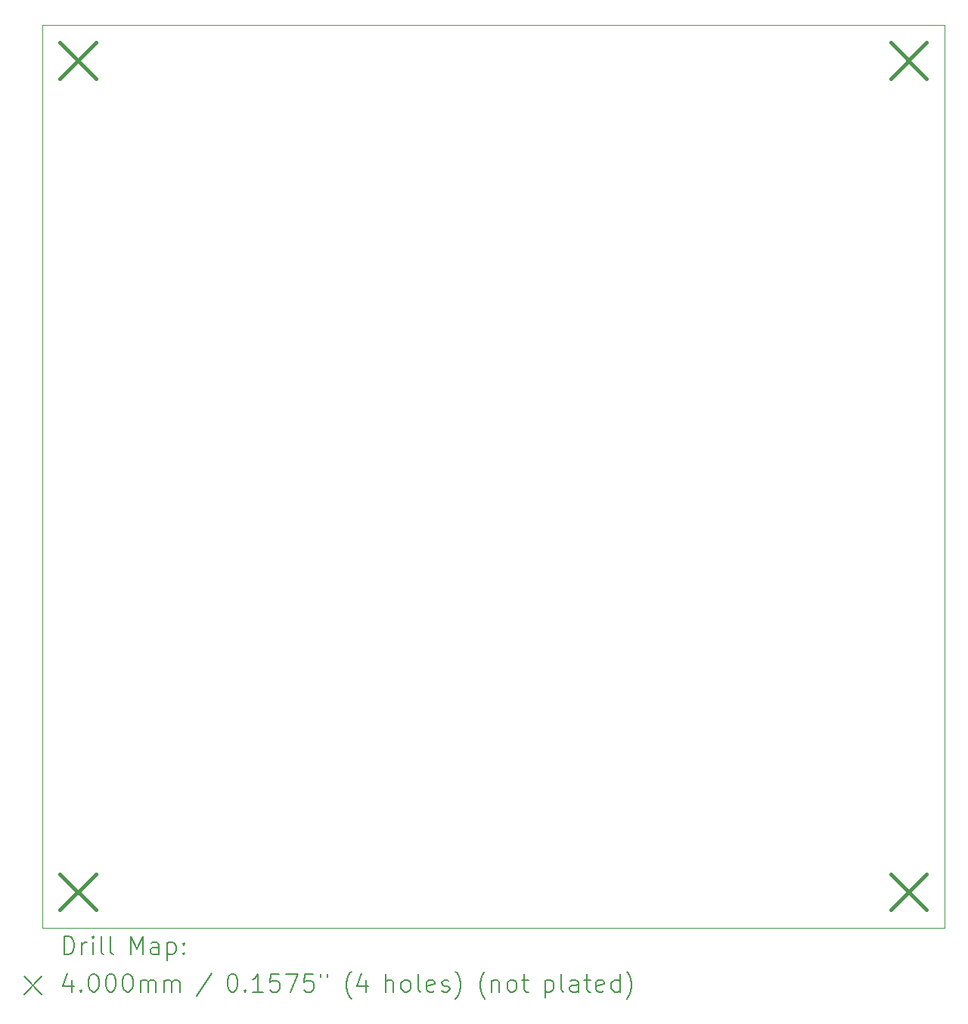
<source format=gbr>
%TF.GenerationSoftware,KiCad,Pcbnew,(7.0.0)*%
%TF.CreationDate,2023-05-12T10:51:10+02:00*%
%TF.ProjectId,Cell_holder_board,43656c6c-5f68-46f6-9c64-65725f626f61,rev?*%
%TF.SameCoordinates,Original*%
%TF.FileFunction,Drillmap*%
%TF.FilePolarity,Positive*%
%FSLAX45Y45*%
G04 Gerber Fmt 4.5, Leading zero omitted, Abs format (unit mm)*
G04 Created by KiCad (PCBNEW (7.0.0)) date 2023-05-12 10:51:10*
%MOMM*%
%LPD*%
G01*
G04 APERTURE LIST*
%ADD10C,0.100000*%
%ADD11C,0.200000*%
%ADD12C,0.400000*%
G04 APERTURE END LIST*
D10*
X5100000Y-5900000D02*
X15200000Y-5900000D01*
X15200000Y-5900000D02*
X15200000Y-16000000D01*
X15200000Y-16000000D02*
X5100000Y-16000000D01*
X5100000Y-16000000D02*
X5100000Y-5900000D01*
D11*
D12*
X5300000Y-6100000D02*
X5700000Y-6500000D01*
X5700000Y-6100000D02*
X5300000Y-6500000D01*
X5300000Y-15400000D02*
X5700000Y-15800000D01*
X5700000Y-15400000D02*
X5300000Y-15800000D01*
X14600000Y-6100000D02*
X15000000Y-6500000D01*
X15000000Y-6100000D02*
X14600000Y-6500000D01*
X14600000Y-15400000D02*
X15000000Y-15800000D01*
X15000000Y-15400000D02*
X14600000Y-15800000D01*
D11*
X5342619Y-16298476D02*
X5342619Y-16098476D01*
X5342619Y-16098476D02*
X5390238Y-16098476D01*
X5390238Y-16098476D02*
X5418810Y-16108000D01*
X5418810Y-16108000D02*
X5437857Y-16127048D01*
X5437857Y-16127048D02*
X5447381Y-16146095D01*
X5447381Y-16146095D02*
X5456905Y-16184190D01*
X5456905Y-16184190D02*
X5456905Y-16212762D01*
X5456905Y-16212762D02*
X5447381Y-16250857D01*
X5447381Y-16250857D02*
X5437857Y-16269905D01*
X5437857Y-16269905D02*
X5418810Y-16288952D01*
X5418810Y-16288952D02*
X5390238Y-16298476D01*
X5390238Y-16298476D02*
X5342619Y-16298476D01*
X5542619Y-16298476D02*
X5542619Y-16165143D01*
X5542619Y-16203238D02*
X5552143Y-16184190D01*
X5552143Y-16184190D02*
X5561667Y-16174667D01*
X5561667Y-16174667D02*
X5580714Y-16165143D01*
X5580714Y-16165143D02*
X5599762Y-16165143D01*
X5666428Y-16298476D02*
X5666428Y-16165143D01*
X5666428Y-16098476D02*
X5656905Y-16108000D01*
X5656905Y-16108000D02*
X5666428Y-16117524D01*
X5666428Y-16117524D02*
X5675952Y-16108000D01*
X5675952Y-16108000D02*
X5666428Y-16098476D01*
X5666428Y-16098476D02*
X5666428Y-16117524D01*
X5790238Y-16298476D02*
X5771190Y-16288952D01*
X5771190Y-16288952D02*
X5761667Y-16269905D01*
X5761667Y-16269905D02*
X5761667Y-16098476D01*
X5895000Y-16298476D02*
X5875952Y-16288952D01*
X5875952Y-16288952D02*
X5866428Y-16269905D01*
X5866428Y-16269905D02*
X5866428Y-16098476D01*
X6091190Y-16298476D02*
X6091190Y-16098476D01*
X6091190Y-16098476D02*
X6157857Y-16241333D01*
X6157857Y-16241333D02*
X6224524Y-16098476D01*
X6224524Y-16098476D02*
X6224524Y-16298476D01*
X6405476Y-16298476D02*
X6405476Y-16193714D01*
X6405476Y-16193714D02*
X6395952Y-16174667D01*
X6395952Y-16174667D02*
X6376905Y-16165143D01*
X6376905Y-16165143D02*
X6338809Y-16165143D01*
X6338809Y-16165143D02*
X6319762Y-16174667D01*
X6405476Y-16288952D02*
X6386428Y-16298476D01*
X6386428Y-16298476D02*
X6338809Y-16298476D01*
X6338809Y-16298476D02*
X6319762Y-16288952D01*
X6319762Y-16288952D02*
X6310238Y-16269905D01*
X6310238Y-16269905D02*
X6310238Y-16250857D01*
X6310238Y-16250857D02*
X6319762Y-16231809D01*
X6319762Y-16231809D02*
X6338809Y-16222286D01*
X6338809Y-16222286D02*
X6386428Y-16222286D01*
X6386428Y-16222286D02*
X6405476Y-16212762D01*
X6500714Y-16165143D02*
X6500714Y-16365143D01*
X6500714Y-16174667D02*
X6519762Y-16165143D01*
X6519762Y-16165143D02*
X6557857Y-16165143D01*
X6557857Y-16165143D02*
X6576905Y-16174667D01*
X6576905Y-16174667D02*
X6586428Y-16184190D01*
X6586428Y-16184190D02*
X6595952Y-16203238D01*
X6595952Y-16203238D02*
X6595952Y-16260381D01*
X6595952Y-16260381D02*
X6586428Y-16279428D01*
X6586428Y-16279428D02*
X6576905Y-16288952D01*
X6576905Y-16288952D02*
X6557857Y-16298476D01*
X6557857Y-16298476D02*
X6519762Y-16298476D01*
X6519762Y-16298476D02*
X6500714Y-16288952D01*
X6681667Y-16279428D02*
X6691190Y-16288952D01*
X6691190Y-16288952D02*
X6681667Y-16298476D01*
X6681667Y-16298476D02*
X6672143Y-16288952D01*
X6672143Y-16288952D02*
X6681667Y-16279428D01*
X6681667Y-16279428D02*
X6681667Y-16298476D01*
X6681667Y-16174667D02*
X6691190Y-16184190D01*
X6691190Y-16184190D02*
X6681667Y-16193714D01*
X6681667Y-16193714D02*
X6672143Y-16184190D01*
X6672143Y-16184190D02*
X6681667Y-16174667D01*
X6681667Y-16174667D02*
X6681667Y-16193714D01*
X4895000Y-16545000D02*
X5095000Y-16745000D01*
X5095000Y-16545000D02*
X4895000Y-16745000D01*
X5428333Y-16585143D02*
X5428333Y-16718476D01*
X5380714Y-16508952D02*
X5333095Y-16651809D01*
X5333095Y-16651809D02*
X5456905Y-16651809D01*
X5533095Y-16699428D02*
X5542619Y-16708952D01*
X5542619Y-16708952D02*
X5533095Y-16718476D01*
X5533095Y-16718476D02*
X5523571Y-16708952D01*
X5523571Y-16708952D02*
X5533095Y-16699428D01*
X5533095Y-16699428D02*
X5533095Y-16718476D01*
X5666428Y-16518476D02*
X5685476Y-16518476D01*
X5685476Y-16518476D02*
X5704524Y-16528000D01*
X5704524Y-16528000D02*
X5714048Y-16537524D01*
X5714048Y-16537524D02*
X5723571Y-16556571D01*
X5723571Y-16556571D02*
X5733095Y-16594667D01*
X5733095Y-16594667D02*
X5733095Y-16642286D01*
X5733095Y-16642286D02*
X5723571Y-16680381D01*
X5723571Y-16680381D02*
X5714048Y-16699428D01*
X5714048Y-16699428D02*
X5704524Y-16708952D01*
X5704524Y-16708952D02*
X5685476Y-16718476D01*
X5685476Y-16718476D02*
X5666428Y-16718476D01*
X5666428Y-16718476D02*
X5647381Y-16708952D01*
X5647381Y-16708952D02*
X5637857Y-16699428D01*
X5637857Y-16699428D02*
X5628333Y-16680381D01*
X5628333Y-16680381D02*
X5618809Y-16642286D01*
X5618809Y-16642286D02*
X5618809Y-16594667D01*
X5618809Y-16594667D02*
X5628333Y-16556571D01*
X5628333Y-16556571D02*
X5637857Y-16537524D01*
X5637857Y-16537524D02*
X5647381Y-16528000D01*
X5647381Y-16528000D02*
X5666428Y-16518476D01*
X5856905Y-16518476D02*
X5875952Y-16518476D01*
X5875952Y-16518476D02*
X5895000Y-16528000D01*
X5895000Y-16528000D02*
X5904524Y-16537524D01*
X5904524Y-16537524D02*
X5914048Y-16556571D01*
X5914048Y-16556571D02*
X5923571Y-16594667D01*
X5923571Y-16594667D02*
X5923571Y-16642286D01*
X5923571Y-16642286D02*
X5914048Y-16680381D01*
X5914048Y-16680381D02*
X5904524Y-16699428D01*
X5904524Y-16699428D02*
X5895000Y-16708952D01*
X5895000Y-16708952D02*
X5875952Y-16718476D01*
X5875952Y-16718476D02*
X5856905Y-16718476D01*
X5856905Y-16718476D02*
X5837857Y-16708952D01*
X5837857Y-16708952D02*
X5828333Y-16699428D01*
X5828333Y-16699428D02*
X5818809Y-16680381D01*
X5818809Y-16680381D02*
X5809286Y-16642286D01*
X5809286Y-16642286D02*
X5809286Y-16594667D01*
X5809286Y-16594667D02*
X5818809Y-16556571D01*
X5818809Y-16556571D02*
X5828333Y-16537524D01*
X5828333Y-16537524D02*
X5837857Y-16528000D01*
X5837857Y-16528000D02*
X5856905Y-16518476D01*
X6047381Y-16518476D02*
X6066429Y-16518476D01*
X6066429Y-16518476D02*
X6085476Y-16528000D01*
X6085476Y-16528000D02*
X6095000Y-16537524D01*
X6095000Y-16537524D02*
X6104524Y-16556571D01*
X6104524Y-16556571D02*
X6114048Y-16594667D01*
X6114048Y-16594667D02*
X6114048Y-16642286D01*
X6114048Y-16642286D02*
X6104524Y-16680381D01*
X6104524Y-16680381D02*
X6095000Y-16699428D01*
X6095000Y-16699428D02*
X6085476Y-16708952D01*
X6085476Y-16708952D02*
X6066429Y-16718476D01*
X6066429Y-16718476D02*
X6047381Y-16718476D01*
X6047381Y-16718476D02*
X6028333Y-16708952D01*
X6028333Y-16708952D02*
X6018809Y-16699428D01*
X6018809Y-16699428D02*
X6009286Y-16680381D01*
X6009286Y-16680381D02*
X5999762Y-16642286D01*
X5999762Y-16642286D02*
X5999762Y-16594667D01*
X5999762Y-16594667D02*
X6009286Y-16556571D01*
X6009286Y-16556571D02*
X6018809Y-16537524D01*
X6018809Y-16537524D02*
X6028333Y-16528000D01*
X6028333Y-16528000D02*
X6047381Y-16518476D01*
X6199762Y-16718476D02*
X6199762Y-16585143D01*
X6199762Y-16604190D02*
X6209286Y-16594667D01*
X6209286Y-16594667D02*
X6228333Y-16585143D01*
X6228333Y-16585143D02*
X6256905Y-16585143D01*
X6256905Y-16585143D02*
X6275952Y-16594667D01*
X6275952Y-16594667D02*
X6285476Y-16613714D01*
X6285476Y-16613714D02*
X6285476Y-16718476D01*
X6285476Y-16613714D02*
X6295000Y-16594667D01*
X6295000Y-16594667D02*
X6314048Y-16585143D01*
X6314048Y-16585143D02*
X6342619Y-16585143D01*
X6342619Y-16585143D02*
X6361667Y-16594667D01*
X6361667Y-16594667D02*
X6371190Y-16613714D01*
X6371190Y-16613714D02*
X6371190Y-16718476D01*
X6466429Y-16718476D02*
X6466429Y-16585143D01*
X6466429Y-16604190D02*
X6475952Y-16594667D01*
X6475952Y-16594667D02*
X6495000Y-16585143D01*
X6495000Y-16585143D02*
X6523571Y-16585143D01*
X6523571Y-16585143D02*
X6542619Y-16594667D01*
X6542619Y-16594667D02*
X6552143Y-16613714D01*
X6552143Y-16613714D02*
X6552143Y-16718476D01*
X6552143Y-16613714D02*
X6561667Y-16594667D01*
X6561667Y-16594667D02*
X6580714Y-16585143D01*
X6580714Y-16585143D02*
X6609286Y-16585143D01*
X6609286Y-16585143D02*
X6628333Y-16594667D01*
X6628333Y-16594667D02*
X6637857Y-16613714D01*
X6637857Y-16613714D02*
X6637857Y-16718476D01*
X6995952Y-16508952D02*
X6824524Y-16766095D01*
X7220714Y-16518476D02*
X7239762Y-16518476D01*
X7239762Y-16518476D02*
X7258810Y-16528000D01*
X7258810Y-16528000D02*
X7268333Y-16537524D01*
X7268333Y-16537524D02*
X7277857Y-16556571D01*
X7277857Y-16556571D02*
X7287381Y-16594667D01*
X7287381Y-16594667D02*
X7287381Y-16642286D01*
X7287381Y-16642286D02*
X7277857Y-16680381D01*
X7277857Y-16680381D02*
X7268333Y-16699428D01*
X7268333Y-16699428D02*
X7258810Y-16708952D01*
X7258810Y-16708952D02*
X7239762Y-16718476D01*
X7239762Y-16718476D02*
X7220714Y-16718476D01*
X7220714Y-16718476D02*
X7201667Y-16708952D01*
X7201667Y-16708952D02*
X7192143Y-16699428D01*
X7192143Y-16699428D02*
X7182619Y-16680381D01*
X7182619Y-16680381D02*
X7173095Y-16642286D01*
X7173095Y-16642286D02*
X7173095Y-16594667D01*
X7173095Y-16594667D02*
X7182619Y-16556571D01*
X7182619Y-16556571D02*
X7192143Y-16537524D01*
X7192143Y-16537524D02*
X7201667Y-16528000D01*
X7201667Y-16528000D02*
X7220714Y-16518476D01*
X7373095Y-16699428D02*
X7382619Y-16708952D01*
X7382619Y-16708952D02*
X7373095Y-16718476D01*
X7373095Y-16718476D02*
X7363571Y-16708952D01*
X7363571Y-16708952D02*
X7373095Y-16699428D01*
X7373095Y-16699428D02*
X7373095Y-16718476D01*
X7573095Y-16718476D02*
X7458810Y-16718476D01*
X7515952Y-16718476D02*
X7515952Y-16518476D01*
X7515952Y-16518476D02*
X7496905Y-16547048D01*
X7496905Y-16547048D02*
X7477857Y-16566095D01*
X7477857Y-16566095D02*
X7458810Y-16575619D01*
X7754048Y-16518476D02*
X7658810Y-16518476D01*
X7658810Y-16518476D02*
X7649286Y-16613714D01*
X7649286Y-16613714D02*
X7658810Y-16604190D01*
X7658810Y-16604190D02*
X7677857Y-16594667D01*
X7677857Y-16594667D02*
X7725476Y-16594667D01*
X7725476Y-16594667D02*
X7744524Y-16604190D01*
X7744524Y-16604190D02*
X7754048Y-16613714D01*
X7754048Y-16613714D02*
X7763571Y-16632762D01*
X7763571Y-16632762D02*
X7763571Y-16680381D01*
X7763571Y-16680381D02*
X7754048Y-16699428D01*
X7754048Y-16699428D02*
X7744524Y-16708952D01*
X7744524Y-16708952D02*
X7725476Y-16718476D01*
X7725476Y-16718476D02*
X7677857Y-16718476D01*
X7677857Y-16718476D02*
X7658810Y-16708952D01*
X7658810Y-16708952D02*
X7649286Y-16699428D01*
X7830238Y-16518476D02*
X7963571Y-16518476D01*
X7963571Y-16518476D02*
X7877857Y-16718476D01*
X8135000Y-16518476D02*
X8039762Y-16518476D01*
X8039762Y-16518476D02*
X8030238Y-16613714D01*
X8030238Y-16613714D02*
X8039762Y-16604190D01*
X8039762Y-16604190D02*
X8058810Y-16594667D01*
X8058810Y-16594667D02*
X8106429Y-16594667D01*
X8106429Y-16594667D02*
X8125476Y-16604190D01*
X8125476Y-16604190D02*
X8135000Y-16613714D01*
X8135000Y-16613714D02*
X8144524Y-16632762D01*
X8144524Y-16632762D02*
X8144524Y-16680381D01*
X8144524Y-16680381D02*
X8135000Y-16699428D01*
X8135000Y-16699428D02*
X8125476Y-16708952D01*
X8125476Y-16708952D02*
X8106429Y-16718476D01*
X8106429Y-16718476D02*
X8058810Y-16718476D01*
X8058810Y-16718476D02*
X8039762Y-16708952D01*
X8039762Y-16708952D02*
X8030238Y-16699428D01*
X8220714Y-16518476D02*
X8220714Y-16556571D01*
X8296905Y-16518476D02*
X8296905Y-16556571D01*
X8559762Y-16794667D02*
X8550238Y-16785143D01*
X8550238Y-16785143D02*
X8531191Y-16756571D01*
X8531191Y-16756571D02*
X8521667Y-16737524D01*
X8521667Y-16737524D02*
X8512143Y-16708952D01*
X8512143Y-16708952D02*
X8502619Y-16661333D01*
X8502619Y-16661333D02*
X8502619Y-16623238D01*
X8502619Y-16623238D02*
X8512143Y-16575619D01*
X8512143Y-16575619D02*
X8521667Y-16547048D01*
X8521667Y-16547048D02*
X8531191Y-16528000D01*
X8531191Y-16528000D02*
X8550238Y-16499428D01*
X8550238Y-16499428D02*
X8559762Y-16489905D01*
X8721667Y-16585143D02*
X8721667Y-16718476D01*
X8674048Y-16508952D02*
X8626429Y-16651809D01*
X8626429Y-16651809D02*
X8750238Y-16651809D01*
X8946429Y-16718476D02*
X8946429Y-16518476D01*
X9032143Y-16718476D02*
X9032143Y-16613714D01*
X9032143Y-16613714D02*
X9022619Y-16594667D01*
X9022619Y-16594667D02*
X9003572Y-16585143D01*
X9003572Y-16585143D02*
X8975000Y-16585143D01*
X8975000Y-16585143D02*
X8955953Y-16594667D01*
X8955953Y-16594667D02*
X8946429Y-16604190D01*
X9155953Y-16718476D02*
X9136905Y-16708952D01*
X9136905Y-16708952D02*
X9127381Y-16699428D01*
X9127381Y-16699428D02*
X9117857Y-16680381D01*
X9117857Y-16680381D02*
X9117857Y-16623238D01*
X9117857Y-16623238D02*
X9127381Y-16604190D01*
X9127381Y-16604190D02*
X9136905Y-16594667D01*
X9136905Y-16594667D02*
X9155953Y-16585143D01*
X9155953Y-16585143D02*
X9184524Y-16585143D01*
X9184524Y-16585143D02*
X9203572Y-16594667D01*
X9203572Y-16594667D02*
X9213095Y-16604190D01*
X9213095Y-16604190D02*
X9222619Y-16623238D01*
X9222619Y-16623238D02*
X9222619Y-16680381D01*
X9222619Y-16680381D02*
X9213095Y-16699428D01*
X9213095Y-16699428D02*
X9203572Y-16708952D01*
X9203572Y-16708952D02*
X9184524Y-16718476D01*
X9184524Y-16718476D02*
X9155953Y-16718476D01*
X9336905Y-16718476D02*
X9317857Y-16708952D01*
X9317857Y-16708952D02*
X9308334Y-16689905D01*
X9308334Y-16689905D02*
X9308334Y-16518476D01*
X9489286Y-16708952D02*
X9470238Y-16718476D01*
X9470238Y-16718476D02*
X9432143Y-16718476D01*
X9432143Y-16718476D02*
X9413095Y-16708952D01*
X9413095Y-16708952D02*
X9403572Y-16689905D01*
X9403572Y-16689905D02*
X9403572Y-16613714D01*
X9403572Y-16613714D02*
X9413095Y-16594667D01*
X9413095Y-16594667D02*
X9432143Y-16585143D01*
X9432143Y-16585143D02*
X9470238Y-16585143D01*
X9470238Y-16585143D02*
X9489286Y-16594667D01*
X9489286Y-16594667D02*
X9498810Y-16613714D01*
X9498810Y-16613714D02*
X9498810Y-16632762D01*
X9498810Y-16632762D02*
X9403572Y-16651809D01*
X9575000Y-16708952D02*
X9594048Y-16718476D01*
X9594048Y-16718476D02*
X9632143Y-16718476D01*
X9632143Y-16718476D02*
X9651191Y-16708952D01*
X9651191Y-16708952D02*
X9660715Y-16689905D01*
X9660715Y-16689905D02*
X9660715Y-16680381D01*
X9660715Y-16680381D02*
X9651191Y-16661333D01*
X9651191Y-16661333D02*
X9632143Y-16651809D01*
X9632143Y-16651809D02*
X9603572Y-16651809D01*
X9603572Y-16651809D02*
X9584524Y-16642286D01*
X9584524Y-16642286D02*
X9575000Y-16623238D01*
X9575000Y-16623238D02*
X9575000Y-16613714D01*
X9575000Y-16613714D02*
X9584524Y-16594667D01*
X9584524Y-16594667D02*
X9603572Y-16585143D01*
X9603572Y-16585143D02*
X9632143Y-16585143D01*
X9632143Y-16585143D02*
X9651191Y-16594667D01*
X9727381Y-16794667D02*
X9736905Y-16785143D01*
X9736905Y-16785143D02*
X9755953Y-16756571D01*
X9755953Y-16756571D02*
X9765476Y-16737524D01*
X9765476Y-16737524D02*
X9775000Y-16708952D01*
X9775000Y-16708952D02*
X9784524Y-16661333D01*
X9784524Y-16661333D02*
X9784524Y-16623238D01*
X9784524Y-16623238D02*
X9775000Y-16575619D01*
X9775000Y-16575619D02*
X9765476Y-16547048D01*
X9765476Y-16547048D02*
X9755953Y-16528000D01*
X9755953Y-16528000D02*
X9736905Y-16499428D01*
X9736905Y-16499428D02*
X9727381Y-16489905D01*
X10056905Y-16794667D02*
X10047381Y-16785143D01*
X10047381Y-16785143D02*
X10028334Y-16756571D01*
X10028334Y-16756571D02*
X10018810Y-16737524D01*
X10018810Y-16737524D02*
X10009286Y-16708952D01*
X10009286Y-16708952D02*
X9999762Y-16661333D01*
X9999762Y-16661333D02*
X9999762Y-16623238D01*
X9999762Y-16623238D02*
X10009286Y-16575619D01*
X10009286Y-16575619D02*
X10018810Y-16547048D01*
X10018810Y-16547048D02*
X10028334Y-16528000D01*
X10028334Y-16528000D02*
X10047381Y-16499428D01*
X10047381Y-16499428D02*
X10056905Y-16489905D01*
X10133095Y-16585143D02*
X10133095Y-16718476D01*
X10133095Y-16604190D02*
X10142619Y-16594667D01*
X10142619Y-16594667D02*
X10161667Y-16585143D01*
X10161667Y-16585143D02*
X10190238Y-16585143D01*
X10190238Y-16585143D02*
X10209286Y-16594667D01*
X10209286Y-16594667D02*
X10218810Y-16613714D01*
X10218810Y-16613714D02*
X10218810Y-16718476D01*
X10342619Y-16718476D02*
X10323572Y-16708952D01*
X10323572Y-16708952D02*
X10314048Y-16699428D01*
X10314048Y-16699428D02*
X10304524Y-16680381D01*
X10304524Y-16680381D02*
X10304524Y-16623238D01*
X10304524Y-16623238D02*
X10314048Y-16604190D01*
X10314048Y-16604190D02*
X10323572Y-16594667D01*
X10323572Y-16594667D02*
X10342619Y-16585143D01*
X10342619Y-16585143D02*
X10371191Y-16585143D01*
X10371191Y-16585143D02*
X10390238Y-16594667D01*
X10390238Y-16594667D02*
X10399762Y-16604190D01*
X10399762Y-16604190D02*
X10409286Y-16623238D01*
X10409286Y-16623238D02*
X10409286Y-16680381D01*
X10409286Y-16680381D02*
X10399762Y-16699428D01*
X10399762Y-16699428D02*
X10390238Y-16708952D01*
X10390238Y-16708952D02*
X10371191Y-16718476D01*
X10371191Y-16718476D02*
X10342619Y-16718476D01*
X10466429Y-16585143D02*
X10542619Y-16585143D01*
X10495000Y-16518476D02*
X10495000Y-16689905D01*
X10495000Y-16689905D02*
X10504524Y-16708952D01*
X10504524Y-16708952D02*
X10523572Y-16718476D01*
X10523572Y-16718476D02*
X10542619Y-16718476D01*
X10729286Y-16585143D02*
X10729286Y-16785143D01*
X10729286Y-16594667D02*
X10748334Y-16585143D01*
X10748334Y-16585143D02*
X10786429Y-16585143D01*
X10786429Y-16585143D02*
X10805476Y-16594667D01*
X10805476Y-16594667D02*
X10815000Y-16604190D01*
X10815000Y-16604190D02*
X10824524Y-16623238D01*
X10824524Y-16623238D02*
X10824524Y-16680381D01*
X10824524Y-16680381D02*
X10815000Y-16699428D01*
X10815000Y-16699428D02*
X10805476Y-16708952D01*
X10805476Y-16708952D02*
X10786429Y-16718476D01*
X10786429Y-16718476D02*
X10748334Y-16718476D01*
X10748334Y-16718476D02*
X10729286Y-16708952D01*
X10938810Y-16718476D02*
X10919762Y-16708952D01*
X10919762Y-16708952D02*
X10910238Y-16689905D01*
X10910238Y-16689905D02*
X10910238Y-16518476D01*
X11100715Y-16718476D02*
X11100715Y-16613714D01*
X11100715Y-16613714D02*
X11091191Y-16594667D01*
X11091191Y-16594667D02*
X11072143Y-16585143D01*
X11072143Y-16585143D02*
X11034048Y-16585143D01*
X11034048Y-16585143D02*
X11015000Y-16594667D01*
X11100715Y-16708952D02*
X11081667Y-16718476D01*
X11081667Y-16718476D02*
X11034048Y-16718476D01*
X11034048Y-16718476D02*
X11015000Y-16708952D01*
X11015000Y-16708952D02*
X11005476Y-16689905D01*
X11005476Y-16689905D02*
X11005476Y-16670857D01*
X11005476Y-16670857D02*
X11015000Y-16651809D01*
X11015000Y-16651809D02*
X11034048Y-16642286D01*
X11034048Y-16642286D02*
X11081667Y-16642286D01*
X11081667Y-16642286D02*
X11100715Y-16632762D01*
X11167381Y-16585143D02*
X11243572Y-16585143D01*
X11195953Y-16518476D02*
X11195953Y-16689905D01*
X11195953Y-16689905D02*
X11205476Y-16708952D01*
X11205476Y-16708952D02*
X11224524Y-16718476D01*
X11224524Y-16718476D02*
X11243572Y-16718476D01*
X11386429Y-16708952D02*
X11367381Y-16718476D01*
X11367381Y-16718476D02*
X11329286Y-16718476D01*
X11329286Y-16718476D02*
X11310238Y-16708952D01*
X11310238Y-16708952D02*
X11300714Y-16689905D01*
X11300714Y-16689905D02*
X11300714Y-16613714D01*
X11300714Y-16613714D02*
X11310238Y-16594667D01*
X11310238Y-16594667D02*
X11329286Y-16585143D01*
X11329286Y-16585143D02*
X11367381Y-16585143D01*
X11367381Y-16585143D02*
X11386429Y-16594667D01*
X11386429Y-16594667D02*
X11395953Y-16613714D01*
X11395953Y-16613714D02*
X11395953Y-16632762D01*
X11395953Y-16632762D02*
X11300714Y-16651809D01*
X11567381Y-16718476D02*
X11567381Y-16518476D01*
X11567381Y-16708952D02*
X11548334Y-16718476D01*
X11548334Y-16718476D02*
X11510238Y-16718476D01*
X11510238Y-16718476D02*
X11491191Y-16708952D01*
X11491191Y-16708952D02*
X11481667Y-16699428D01*
X11481667Y-16699428D02*
X11472143Y-16680381D01*
X11472143Y-16680381D02*
X11472143Y-16623238D01*
X11472143Y-16623238D02*
X11481667Y-16604190D01*
X11481667Y-16604190D02*
X11491191Y-16594667D01*
X11491191Y-16594667D02*
X11510238Y-16585143D01*
X11510238Y-16585143D02*
X11548334Y-16585143D01*
X11548334Y-16585143D02*
X11567381Y-16594667D01*
X11643572Y-16794667D02*
X11653095Y-16785143D01*
X11653095Y-16785143D02*
X11672143Y-16756571D01*
X11672143Y-16756571D02*
X11681667Y-16737524D01*
X11681667Y-16737524D02*
X11691191Y-16708952D01*
X11691191Y-16708952D02*
X11700714Y-16661333D01*
X11700714Y-16661333D02*
X11700714Y-16623238D01*
X11700714Y-16623238D02*
X11691191Y-16575619D01*
X11691191Y-16575619D02*
X11681667Y-16547048D01*
X11681667Y-16547048D02*
X11672143Y-16528000D01*
X11672143Y-16528000D02*
X11653095Y-16499428D01*
X11653095Y-16499428D02*
X11643572Y-16489905D01*
M02*

</source>
